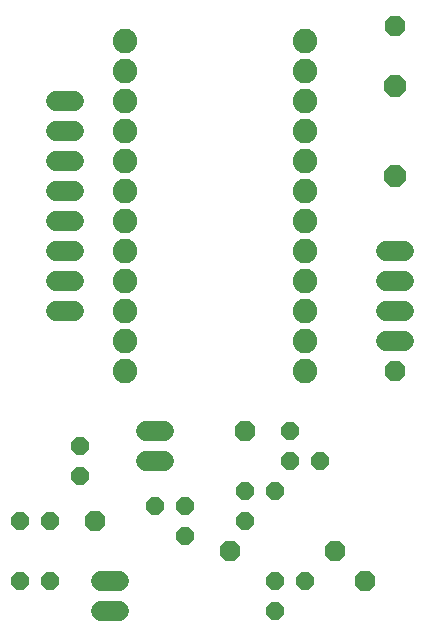
<source format=gts>
G75*
%MOIN*%
%OFA0B0*%
%FSLAX25Y25*%
%IPPOS*%
%LPD*%
%AMOC8*
5,1,8,0,0,1.08239X$1,22.5*
%
%ADD10C,0.08200*%
%ADD11OC8,0.07400*%
%ADD12OC8,0.06800*%
%ADD13C,0.06800*%
%ADD14OC8,0.06000*%
D10*
X0046800Y0131500D03*
X0046800Y0141500D03*
X0046800Y0151500D03*
X0046800Y0161500D03*
X0046800Y0171500D03*
X0046800Y0181500D03*
X0046800Y0191500D03*
X0046800Y0201500D03*
X0046800Y0211500D03*
X0046800Y0221500D03*
X0046800Y0231500D03*
X0046800Y0241500D03*
X0106800Y0241500D03*
X0106800Y0231500D03*
X0106800Y0221500D03*
X0106800Y0211500D03*
X0106800Y0201500D03*
X0106800Y0191500D03*
X0106800Y0181500D03*
X0106800Y0171500D03*
X0106800Y0161500D03*
X0106800Y0151500D03*
X0106800Y0141500D03*
X0106800Y0131500D03*
D11*
X0136800Y0196500D03*
X0136800Y0226500D03*
D12*
X0136800Y0246500D03*
X0136800Y0131500D03*
X0116800Y0071500D03*
X0126800Y0061500D03*
X0086800Y0111500D03*
X0081800Y0071500D03*
X0036800Y0081500D03*
D13*
X0038800Y0051500D02*
X0044800Y0051500D01*
X0044800Y0061500D02*
X0038800Y0061500D01*
X0053800Y0101500D02*
X0059800Y0101500D01*
X0059800Y0111500D02*
X0053800Y0111500D01*
X0029800Y0151500D02*
X0023800Y0151500D01*
X0023800Y0161500D02*
X0029800Y0161500D01*
X0029800Y0171500D02*
X0023800Y0171500D01*
X0023800Y0181500D02*
X0029800Y0181500D01*
X0029800Y0191500D02*
X0023800Y0191500D01*
X0023800Y0201500D02*
X0029800Y0201500D01*
X0029800Y0211500D02*
X0023800Y0211500D01*
X0023800Y0221500D02*
X0029800Y0221500D01*
X0133800Y0171500D02*
X0139800Y0171500D01*
X0139800Y0161500D02*
X0133800Y0161500D01*
X0133800Y0151500D02*
X0139800Y0151500D01*
X0139800Y0141500D02*
X0133800Y0141500D01*
D14*
X0111800Y0101500D03*
X0101800Y0101500D03*
X0101800Y0111500D03*
X0096800Y0091500D03*
X0086800Y0091500D03*
X0086800Y0081500D03*
X0096800Y0061500D03*
X0096800Y0051500D03*
X0106800Y0061500D03*
X0066800Y0076500D03*
X0066800Y0086500D03*
X0056800Y0086500D03*
X0031800Y0096500D03*
X0031800Y0106500D03*
X0021800Y0081500D03*
X0011800Y0081500D03*
X0011800Y0061500D03*
X0021800Y0061500D03*
M02*

</source>
